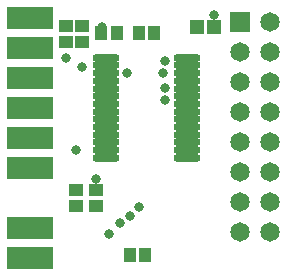
<source format=gts>
G04 Layer_Color=20142*
%FSLAX25Y25*%
%MOIN*%
G70*
G01*
G75*
%ADD26R,0.15200X0.07800*%
%ADD27O,0.09068X0.02572*%
%ADD28R,0.03950X0.04540*%
%ADD29R,0.04540X0.04934*%
%ADD30R,0.04934X0.04343*%
%ADD31R,0.04540X0.03950*%
%ADD32C,0.06509*%
%ADD33R,0.06509X0.06509*%
%ADD34C,0.03200*%
D26*
X110000Y282500D02*
D03*
Y292500D02*
D03*
Y302500D02*
D03*
Y312500D02*
D03*
Y322500D02*
D03*
Y332500D02*
D03*
Y262500D02*
D03*
Y252500D02*
D03*
D27*
X162583Y285866D02*
D03*
Y288425D02*
D03*
Y290984D02*
D03*
Y293543D02*
D03*
Y296102D02*
D03*
Y298661D02*
D03*
Y301220D02*
D03*
Y303780D02*
D03*
Y306339D02*
D03*
Y308898D02*
D03*
Y311457D02*
D03*
Y314016D02*
D03*
Y316575D02*
D03*
Y319134D02*
D03*
X135417Y285866D02*
D03*
Y288425D02*
D03*
Y290984D02*
D03*
Y293543D02*
D03*
Y296102D02*
D03*
Y298661D02*
D03*
Y301220D02*
D03*
Y303780D02*
D03*
Y306339D02*
D03*
Y308898D02*
D03*
Y311457D02*
D03*
Y314016D02*
D03*
Y316575D02*
D03*
Y319134D02*
D03*
D28*
X133941Y327500D02*
D03*
X139059D02*
D03*
X146441D02*
D03*
X151559D02*
D03*
X143441Y253500D02*
D03*
X148559D02*
D03*
D29*
X165646Y329500D02*
D03*
X171354D02*
D03*
D30*
X127500Y324342D02*
D03*
Y329658D02*
D03*
X122000Y324342D02*
D03*
Y329658D02*
D03*
D31*
X132000Y274959D02*
D03*
Y269841D02*
D03*
X125500Y274959D02*
D03*
Y269841D02*
D03*
D32*
X190000Y261000D02*
D03*
Y271000D02*
D03*
Y281000D02*
D03*
Y291000D02*
D03*
Y301000D02*
D03*
Y311000D02*
D03*
Y321000D02*
D03*
Y331000D02*
D03*
X180000Y261000D02*
D03*
Y271000D02*
D03*
Y281000D02*
D03*
Y291000D02*
D03*
Y301000D02*
D03*
Y311000D02*
D03*
Y321000D02*
D03*
D33*
Y331000D02*
D03*
D34*
X143500Y266500D02*
D03*
X140000Y264000D02*
D03*
X136500Y260500D02*
D03*
X146500Y269500D02*
D03*
X154500Y314000D02*
D03*
X155000Y318000D02*
D03*
X122000Y319000D02*
D03*
X171500Y333500D02*
D03*
X134000Y329500D02*
D03*
X155000Y309000D02*
D03*
X142500Y314000D02*
D03*
X127500Y316000D02*
D03*
X132000Y278900D02*
D03*
X125500Y288500D02*
D03*
X155000Y305000D02*
D03*
M02*

</source>
